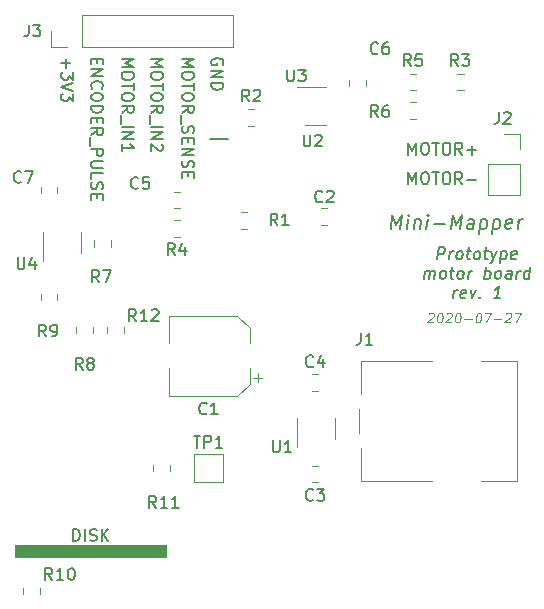
<source format=gbr>
G04 #@! TF.GenerationSoftware,KiCad,Pcbnew,5.1.6*
G04 #@! TF.CreationDate,2020-07-27T17:19:51+02:00*
G04 #@! TF.ProjectId,motor-board,6d6f746f-722d-4626-9f61-72642e6b6963,1*
G04 #@! TF.SameCoordinates,Original*
G04 #@! TF.FileFunction,Legend,Top*
G04 #@! TF.FilePolarity,Positive*
%FSLAX46Y46*%
G04 Gerber Fmt 4.6, Leading zero omitted, Abs format (unit mm)*
G04 Created by KiCad (PCBNEW 5.1.6) date 2020-07-27 17:19:51*
%MOMM*%
%LPD*%
G01*
G04 APERTURE LIST*
%ADD10C,0.150000*%
%ADD11C,0.100000*%
%ADD12C,0.200000*%
%ADD13C,0.120000*%
%ADD14R,2.000000X4.000000*%
%ADD15O,2.000000X3.300000*%
%ADD16O,3.500000X2.000000*%
%ADD17C,1.600000*%
%ADD18R,1.700000X1.700000*%
%ADD19O,1.700000X1.700000*%
%ADD20R,2.000000X2.000000*%
%ADD21R,0.650000X1.560000*%
%ADD22R,1.525000X0.650000*%
%ADD23R,2.390000X2.390000*%
%ADD24R,1.560000X0.650000*%
%ADD25C,1.200000*%
%ADD26C,2.700000*%
G04 APERTURE END LIST*
D10*
X161523809Y-116152380D02*
X161523809Y-115152380D01*
X161761904Y-115152380D01*
X161904761Y-115200000D01*
X162000000Y-115295238D01*
X162047619Y-115390476D01*
X162095238Y-115580952D01*
X162095238Y-115723809D01*
X162047619Y-115914285D01*
X162000000Y-116009523D01*
X161904761Y-116104761D01*
X161761904Y-116152380D01*
X161523809Y-116152380D01*
X162523809Y-116152380D02*
X162523809Y-115152380D01*
X162952380Y-116104761D02*
X163095238Y-116152380D01*
X163333333Y-116152380D01*
X163428571Y-116104761D01*
X163476190Y-116057142D01*
X163523809Y-115961904D01*
X163523809Y-115866666D01*
X163476190Y-115771428D01*
X163428571Y-115723809D01*
X163333333Y-115676190D01*
X163142857Y-115628571D01*
X163047619Y-115580952D01*
X163000000Y-115533333D01*
X162952380Y-115438095D01*
X162952380Y-115342857D01*
X163000000Y-115247619D01*
X163047619Y-115200000D01*
X163142857Y-115152380D01*
X163380952Y-115152380D01*
X163523809Y-115200000D01*
X163952380Y-116152380D02*
X163952380Y-115152380D01*
X164523809Y-116152380D02*
X164095238Y-115580952D01*
X164523809Y-115152380D02*
X163952380Y-115723809D01*
D11*
G36*
X169400000Y-117500000D02*
G01*
X156600000Y-117500000D01*
X156600000Y-116500000D01*
X169400000Y-116500000D01*
X169400000Y-117500000D01*
G37*
X169400000Y-117500000D02*
X156600000Y-117500000D01*
X156600000Y-116500000D01*
X169400000Y-116500000D01*
X169400000Y-117500000D01*
X191626398Y-96938095D02*
X191669255Y-96900000D01*
X191750208Y-96861904D01*
X191940684Y-96861904D01*
X192012113Y-96900000D01*
X192045446Y-96938095D01*
X192074017Y-97014285D01*
X192064494Y-97090476D01*
X192012113Y-97204761D01*
X191497827Y-97661904D01*
X191993065Y-97661904D01*
X192588303Y-96861904D02*
X192664494Y-96861904D01*
X192735922Y-96900000D01*
X192769255Y-96938095D01*
X192797827Y-97014285D01*
X192816875Y-97166666D01*
X192793065Y-97357142D01*
X192735922Y-97509523D01*
X192688303Y-97585714D01*
X192645446Y-97623809D01*
X192564494Y-97661904D01*
X192488303Y-97661904D01*
X192416875Y-97623809D01*
X192383541Y-97585714D01*
X192354970Y-97509523D01*
X192335922Y-97357142D01*
X192359732Y-97166666D01*
X192416875Y-97014285D01*
X192464494Y-96938095D01*
X192507351Y-96900000D01*
X192588303Y-96861904D01*
X193150208Y-96938095D02*
X193193065Y-96900000D01*
X193274017Y-96861904D01*
X193464494Y-96861904D01*
X193535922Y-96900000D01*
X193569255Y-96938095D01*
X193597827Y-97014285D01*
X193588303Y-97090476D01*
X193535922Y-97204761D01*
X193021636Y-97661904D01*
X193516875Y-97661904D01*
X194112113Y-96861904D02*
X194188303Y-96861904D01*
X194259732Y-96900000D01*
X194293065Y-96938095D01*
X194321636Y-97014285D01*
X194340684Y-97166666D01*
X194316875Y-97357142D01*
X194259732Y-97509523D01*
X194212113Y-97585714D01*
X194169255Y-97623809D01*
X194088303Y-97661904D01*
X194012113Y-97661904D01*
X193940684Y-97623809D01*
X193907351Y-97585714D01*
X193878779Y-97509523D01*
X193859732Y-97357142D01*
X193883541Y-97166666D01*
X193940684Y-97014285D01*
X193988303Y-96938095D01*
X194031160Y-96900000D01*
X194112113Y-96861904D01*
X194659732Y-97357142D02*
X195269255Y-97357142D01*
X195864494Y-96861904D02*
X195940684Y-96861904D01*
X196012113Y-96900000D01*
X196045446Y-96938095D01*
X196074017Y-97014285D01*
X196093065Y-97166666D01*
X196069255Y-97357142D01*
X196012113Y-97509523D01*
X195964494Y-97585714D01*
X195921636Y-97623809D01*
X195840684Y-97661904D01*
X195764494Y-97661904D01*
X195693065Y-97623809D01*
X195659732Y-97585714D01*
X195631160Y-97509523D01*
X195612113Y-97357142D01*
X195635922Y-97166666D01*
X195693065Y-97014285D01*
X195740684Y-96938095D01*
X195783541Y-96900000D01*
X195864494Y-96861904D01*
X196397827Y-96861904D02*
X196931160Y-96861904D01*
X196488303Y-97661904D01*
X197174017Y-97357142D02*
X197783541Y-97357142D01*
X198178779Y-96938095D02*
X198221636Y-96900000D01*
X198302589Y-96861904D01*
X198493065Y-96861904D01*
X198564494Y-96900000D01*
X198597827Y-96938095D01*
X198626398Y-97014285D01*
X198616875Y-97090476D01*
X198564494Y-97204761D01*
X198050208Y-97661904D01*
X198545446Y-97661904D01*
X198912113Y-96861904D02*
X199445446Y-96861904D01*
X199002589Y-97661904D01*
D10*
X192380491Y-92302380D02*
X192505491Y-91302380D01*
X192886443Y-91302380D01*
X192975729Y-91350000D01*
X193017395Y-91397619D01*
X193053110Y-91492857D01*
X193035252Y-91635714D01*
X192975729Y-91730952D01*
X192922157Y-91778571D01*
X192820967Y-91826190D01*
X192440014Y-91826190D01*
X193380491Y-92302380D02*
X193463824Y-91635714D01*
X193440014Y-91826190D02*
X193499538Y-91730952D01*
X193553110Y-91683333D01*
X193654300Y-91635714D01*
X193749538Y-91635714D01*
X194142395Y-92302380D02*
X194053110Y-92254761D01*
X194011443Y-92207142D01*
X193975729Y-92111904D01*
X194011443Y-91826190D01*
X194070967Y-91730952D01*
X194124538Y-91683333D01*
X194225729Y-91635714D01*
X194368586Y-91635714D01*
X194457872Y-91683333D01*
X194499538Y-91730952D01*
X194535252Y-91826190D01*
X194499538Y-92111904D01*
X194440014Y-92207142D01*
X194386443Y-92254761D01*
X194285252Y-92302380D01*
X194142395Y-92302380D01*
X194844776Y-91635714D02*
X195225729Y-91635714D01*
X195029300Y-91302380D02*
X194922157Y-92159523D01*
X194957872Y-92254761D01*
X195047157Y-92302380D01*
X195142395Y-92302380D01*
X195618586Y-92302380D02*
X195529300Y-92254761D01*
X195487633Y-92207142D01*
X195451919Y-92111904D01*
X195487633Y-91826190D01*
X195547157Y-91730952D01*
X195600729Y-91683333D01*
X195701919Y-91635714D01*
X195844776Y-91635714D01*
X195934062Y-91683333D01*
X195975729Y-91730952D01*
X196011443Y-91826190D01*
X195975729Y-92111904D01*
X195916205Y-92207142D01*
X195862633Y-92254761D01*
X195761443Y-92302380D01*
X195618586Y-92302380D01*
X196320967Y-91635714D02*
X196701919Y-91635714D01*
X196505491Y-91302380D02*
X196398348Y-92159523D01*
X196434062Y-92254761D01*
X196523348Y-92302380D01*
X196618586Y-92302380D01*
X196940014Y-91635714D02*
X197094776Y-92302380D01*
X197416205Y-91635714D02*
X197094776Y-92302380D01*
X196969776Y-92540476D01*
X196916205Y-92588095D01*
X196815014Y-92635714D01*
X197797157Y-91635714D02*
X197672157Y-92635714D01*
X197791205Y-91683333D02*
X197892395Y-91635714D01*
X198082872Y-91635714D01*
X198172157Y-91683333D01*
X198213824Y-91730952D01*
X198249538Y-91826190D01*
X198213824Y-92111904D01*
X198154300Y-92207142D01*
X198100729Y-92254761D01*
X197999538Y-92302380D01*
X197809062Y-92302380D01*
X197719776Y-92254761D01*
X199005491Y-92254761D02*
X198904300Y-92302380D01*
X198713824Y-92302380D01*
X198624538Y-92254761D01*
X198588824Y-92159523D01*
X198636443Y-91778571D01*
X198695967Y-91683333D01*
X198797157Y-91635714D01*
X198987633Y-91635714D01*
X199076919Y-91683333D01*
X199112633Y-91778571D01*
X199100729Y-91873809D01*
X198612633Y-91969047D01*
X191261443Y-93952380D02*
X191344776Y-93285714D01*
X191332872Y-93380952D02*
X191386443Y-93333333D01*
X191487633Y-93285714D01*
X191630491Y-93285714D01*
X191719776Y-93333333D01*
X191755491Y-93428571D01*
X191690014Y-93952380D01*
X191755491Y-93428571D02*
X191815014Y-93333333D01*
X191916205Y-93285714D01*
X192059062Y-93285714D01*
X192148348Y-93333333D01*
X192184062Y-93428571D01*
X192118586Y-93952380D01*
X192737633Y-93952380D02*
X192648348Y-93904761D01*
X192606681Y-93857142D01*
X192570967Y-93761904D01*
X192606681Y-93476190D01*
X192666205Y-93380952D01*
X192719776Y-93333333D01*
X192820967Y-93285714D01*
X192963824Y-93285714D01*
X193053110Y-93333333D01*
X193094776Y-93380952D01*
X193130491Y-93476190D01*
X193094776Y-93761904D01*
X193035252Y-93857142D01*
X192981681Y-93904761D01*
X192880491Y-93952380D01*
X192737633Y-93952380D01*
X193440014Y-93285714D02*
X193820967Y-93285714D01*
X193624538Y-92952380D02*
X193517395Y-93809523D01*
X193553110Y-93904761D01*
X193642395Y-93952380D01*
X193737633Y-93952380D01*
X194213824Y-93952380D02*
X194124538Y-93904761D01*
X194082872Y-93857142D01*
X194047157Y-93761904D01*
X194082872Y-93476190D01*
X194142395Y-93380952D01*
X194195967Y-93333333D01*
X194297157Y-93285714D01*
X194440014Y-93285714D01*
X194529300Y-93333333D01*
X194570967Y-93380952D01*
X194606681Y-93476190D01*
X194570967Y-93761904D01*
X194511443Y-93857142D01*
X194457872Y-93904761D01*
X194356681Y-93952380D01*
X194213824Y-93952380D01*
X194975729Y-93952380D02*
X195059062Y-93285714D01*
X195035252Y-93476190D02*
X195094776Y-93380952D01*
X195148348Y-93333333D01*
X195249538Y-93285714D01*
X195344776Y-93285714D01*
X196356681Y-93952380D02*
X196481681Y-92952380D01*
X196434062Y-93333333D02*
X196535252Y-93285714D01*
X196725729Y-93285714D01*
X196815014Y-93333333D01*
X196856681Y-93380952D01*
X196892395Y-93476190D01*
X196856681Y-93761904D01*
X196797157Y-93857142D01*
X196743586Y-93904761D01*
X196642395Y-93952380D01*
X196451919Y-93952380D01*
X196362633Y-93904761D01*
X197404300Y-93952380D02*
X197315014Y-93904761D01*
X197273348Y-93857142D01*
X197237633Y-93761904D01*
X197273348Y-93476190D01*
X197332872Y-93380952D01*
X197386443Y-93333333D01*
X197487633Y-93285714D01*
X197630491Y-93285714D01*
X197719776Y-93333333D01*
X197761443Y-93380952D01*
X197797157Y-93476190D01*
X197761443Y-93761904D01*
X197701919Y-93857142D01*
X197648348Y-93904761D01*
X197547157Y-93952380D01*
X197404300Y-93952380D01*
X198594776Y-93952380D02*
X198660252Y-93428571D01*
X198624538Y-93333333D01*
X198535252Y-93285714D01*
X198344776Y-93285714D01*
X198243586Y-93333333D01*
X198600729Y-93904761D02*
X198499538Y-93952380D01*
X198261443Y-93952380D01*
X198172157Y-93904761D01*
X198136443Y-93809523D01*
X198148348Y-93714285D01*
X198207872Y-93619047D01*
X198309062Y-93571428D01*
X198547157Y-93571428D01*
X198648348Y-93523809D01*
X199070967Y-93952380D02*
X199154300Y-93285714D01*
X199130491Y-93476190D02*
X199190014Y-93380952D01*
X199243586Y-93333333D01*
X199344776Y-93285714D01*
X199440014Y-93285714D01*
X200118586Y-93952380D02*
X200243586Y-92952380D01*
X200124538Y-93904761D02*
X200023348Y-93952380D01*
X199832872Y-93952380D01*
X199743586Y-93904761D01*
X199701919Y-93857142D01*
X199666205Y-93761904D01*
X199701919Y-93476190D01*
X199761443Y-93380952D01*
X199815014Y-93333333D01*
X199916205Y-93285714D01*
X200106681Y-93285714D01*
X200195967Y-93333333D01*
X193713824Y-95602380D02*
X193797157Y-94935714D01*
X193773348Y-95126190D02*
X193832872Y-95030952D01*
X193886443Y-94983333D01*
X193987633Y-94935714D01*
X194082872Y-94935714D01*
X194719776Y-95554761D02*
X194618586Y-95602380D01*
X194428110Y-95602380D01*
X194338824Y-95554761D01*
X194303110Y-95459523D01*
X194350729Y-95078571D01*
X194410252Y-94983333D01*
X194511443Y-94935714D01*
X194701919Y-94935714D01*
X194791205Y-94983333D01*
X194826919Y-95078571D01*
X194815014Y-95173809D01*
X194326919Y-95269047D01*
X195178110Y-94935714D02*
X195332872Y-95602380D01*
X195654300Y-94935714D01*
X195963824Y-95507142D02*
X196005491Y-95554761D01*
X195951919Y-95602380D01*
X195910252Y-95554761D01*
X195963824Y-95507142D01*
X195951919Y-95602380D01*
X197713824Y-95602380D02*
X197142395Y-95602380D01*
X197428110Y-95602380D02*
X197553110Y-94602380D01*
X197440014Y-94745238D01*
X197332872Y-94840476D01*
X197231681Y-94888095D01*
D12*
X188421250Y-89742857D02*
X188571250Y-88542857D01*
X188864107Y-89400000D01*
X189371250Y-88542857D01*
X189221250Y-89742857D01*
X189792678Y-89742857D02*
X189892678Y-88942857D01*
X189942678Y-88542857D02*
X189878392Y-88600000D01*
X189928392Y-88657142D01*
X189992678Y-88600000D01*
X189942678Y-88542857D01*
X189928392Y-88657142D01*
X190464107Y-88942857D02*
X190364107Y-89742857D01*
X190449821Y-89057142D02*
X190514107Y-89000000D01*
X190635535Y-88942857D01*
X190806964Y-88942857D01*
X190914107Y-89000000D01*
X190956964Y-89114285D01*
X190878392Y-89742857D01*
X191449821Y-89742857D02*
X191549821Y-88942857D01*
X191599821Y-88542857D02*
X191535535Y-88600000D01*
X191585535Y-88657142D01*
X191649821Y-88600000D01*
X191599821Y-88542857D01*
X191585535Y-88657142D01*
X192078392Y-89285714D02*
X192992678Y-89285714D01*
X193506964Y-89742857D02*
X193656964Y-88542857D01*
X193949821Y-89400000D01*
X194456964Y-88542857D01*
X194306964Y-89742857D01*
X195392678Y-89742857D02*
X195471250Y-89114285D01*
X195428392Y-89000000D01*
X195321250Y-88942857D01*
X195092678Y-88942857D01*
X194971250Y-89000000D01*
X195399821Y-89685714D02*
X195278392Y-89742857D01*
X194992678Y-89742857D01*
X194885535Y-89685714D01*
X194842678Y-89571428D01*
X194856964Y-89457142D01*
X194928392Y-89342857D01*
X195049821Y-89285714D01*
X195335535Y-89285714D01*
X195456964Y-89228571D01*
X196064107Y-88942857D02*
X195914107Y-90142857D01*
X196056964Y-89000000D02*
X196178392Y-88942857D01*
X196406964Y-88942857D01*
X196514107Y-89000000D01*
X196564107Y-89057142D01*
X196606964Y-89171428D01*
X196564107Y-89514285D01*
X196492678Y-89628571D01*
X196428392Y-89685714D01*
X196306964Y-89742857D01*
X196078392Y-89742857D01*
X195971250Y-89685714D01*
X197149821Y-88942857D02*
X196999821Y-90142857D01*
X197142678Y-89000000D02*
X197264107Y-88942857D01*
X197492678Y-88942857D01*
X197599821Y-89000000D01*
X197649821Y-89057142D01*
X197692678Y-89171428D01*
X197649821Y-89514285D01*
X197578392Y-89628571D01*
X197514107Y-89685714D01*
X197392678Y-89742857D01*
X197164107Y-89742857D01*
X197056964Y-89685714D01*
X198599821Y-89685714D02*
X198478392Y-89742857D01*
X198249821Y-89742857D01*
X198142678Y-89685714D01*
X198099821Y-89571428D01*
X198156964Y-89114285D01*
X198228392Y-89000000D01*
X198349821Y-88942857D01*
X198578392Y-88942857D01*
X198685535Y-89000000D01*
X198728392Y-89114285D01*
X198714107Y-89228571D01*
X198128392Y-89342857D01*
X199164107Y-89742857D02*
X199264107Y-88942857D01*
X199235535Y-89171428D02*
X199306964Y-89057142D01*
X199371250Y-89000000D01*
X199492678Y-88942857D01*
X199606964Y-88942857D01*
D10*
X174200000Y-75859404D02*
X174247619Y-75764166D01*
X174247619Y-75621309D01*
X174200000Y-75478452D01*
X174104761Y-75383214D01*
X174009523Y-75335595D01*
X173819047Y-75287976D01*
X173676190Y-75287976D01*
X173485714Y-75335595D01*
X173390476Y-75383214D01*
X173295238Y-75478452D01*
X173247619Y-75621309D01*
X173247619Y-75716547D01*
X173295238Y-75859404D01*
X173342857Y-75907023D01*
X173676190Y-75907023D01*
X173676190Y-75716547D01*
X173247619Y-76335595D02*
X174247619Y-76335595D01*
X173247619Y-76907023D01*
X174247619Y-76907023D01*
X173247619Y-77383214D02*
X174247619Y-77383214D01*
X174247619Y-77621309D01*
X174200000Y-77764166D01*
X174104761Y-77859404D01*
X174009523Y-77907023D01*
X173819047Y-77954642D01*
X173676190Y-77954642D01*
X173485714Y-77907023D01*
X173390476Y-77859404D01*
X173295238Y-77764166D01*
X173247619Y-77621309D01*
X173247619Y-77383214D01*
X170747619Y-75335595D02*
X171747619Y-75335595D01*
X171033333Y-75668928D01*
X171747619Y-76002261D01*
X170747619Y-76002261D01*
X171747619Y-76668928D02*
X171747619Y-76859404D01*
X171700000Y-76954642D01*
X171604761Y-77049880D01*
X171414285Y-77097500D01*
X171080952Y-77097500D01*
X170890476Y-77049880D01*
X170795238Y-76954642D01*
X170747619Y-76859404D01*
X170747619Y-76668928D01*
X170795238Y-76573690D01*
X170890476Y-76478452D01*
X171080952Y-76430833D01*
X171414285Y-76430833D01*
X171604761Y-76478452D01*
X171700000Y-76573690D01*
X171747619Y-76668928D01*
X171747619Y-77383214D02*
X171747619Y-77954642D01*
X170747619Y-77668928D02*
X171747619Y-77668928D01*
X171747619Y-78478452D02*
X171747619Y-78668928D01*
X171700000Y-78764166D01*
X171604761Y-78859404D01*
X171414285Y-78907023D01*
X171080952Y-78907023D01*
X170890476Y-78859404D01*
X170795238Y-78764166D01*
X170747619Y-78668928D01*
X170747619Y-78478452D01*
X170795238Y-78383214D01*
X170890476Y-78287976D01*
X171080952Y-78240357D01*
X171414285Y-78240357D01*
X171604761Y-78287976D01*
X171700000Y-78383214D01*
X171747619Y-78478452D01*
X170747619Y-79907023D02*
X171223809Y-79573690D01*
X170747619Y-79335595D02*
X171747619Y-79335595D01*
X171747619Y-79716547D01*
X171700000Y-79811785D01*
X171652380Y-79859404D01*
X171557142Y-79907023D01*
X171414285Y-79907023D01*
X171319047Y-79859404D01*
X171271428Y-79811785D01*
X171223809Y-79716547D01*
X171223809Y-79335595D01*
X170652380Y-80097500D02*
X170652380Y-80859404D01*
X170795238Y-81049880D02*
X170747619Y-81192738D01*
X170747619Y-81430833D01*
X170795238Y-81526071D01*
X170842857Y-81573690D01*
X170938095Y-81621309D01*
X171033333Y-81621309D01*
X171128571Y-81573690D01*
X171176190Y-81526071D01*
X171223809Y-81430833D01*
X171271428Y-81240357D01*
X171319047Y-81145119D01*
X171366666Y-81097500D01*
X171461904Y-81049880D01*
X171557142Y-81049880D01*
X171652380Y-81097500D01*
X171700000Y-81145119D01*
X171747619Y-81240357D01*
X171747619Y-81478452D01*
X171700000Y-81621309D01*
X171271428Y-82049880D02*
X171271428Y-82383214D01*
X170747619Y-82526071D02*
X170747619Y-82049880D01*
X171747619Y-82049880D01*
X171747619Y-82526071D01*
X170747619Y-82954642D02*
X171747619Y-82954642D01*
X170747619Y-83526071D01*
X171747619Y-83526071D01*
X170795238Y-83954642D02*
X170747619Y-84097500D01*
X170747619Y-84335595D01*
X170795238Y-84430833D01*
X170842857Y-84478452D01*
X170938095Y-84526071D01*
X171033333Y-84526071D01*
X171128571Y-84478452D01*
X171176190Y-84430833D01*
X171223809Y-84335595D01*
X171271428Y-84145119D01*
X171319047Y-84049880D01*
X171366666Y-84002261D01*
X171461904Y-83954642D01*
X171557142Y-83954642D01*
X171652380Y-84002261D01*
X171700000Y-84049880D01*
X171747619Y-84145119D01*
X171747619Y-84383214D01*
X171700000Y-84526071D01*
X171271428Y-84954642D02*
X171271428Y-85287976D01*
X170747619Y-85430833D02*
X170747619Y-84954642D01*
X171747619Y-84954642D01*
X171747619Y-85430833D01*
X168147619Y-75335595D02*
X169147619Y-75335595D01*
X168433333Y-75668928D01*
X169147619Y-76002261D01*
X168147619Y-76002261D01*
X169147619Y-76668928D02*
X169147619Y-76859404D01*
X169100000Y-76954642D01*
X169004761Y-77049880D01*
X168814285Y-77097500D01*
X168480952Y-77097500D01*
X168290476Y-77049880D01*
X168195238Y-76954642D01*
X168147619Y-76859404D01*
X168147619Y-76668928D01*
X168195238Y-76573690D01*
X168290476Y-76478452D01*
X168480952Y-76430833D01*
X168814285Y-76430833D01*
X169004761Y-76478452D01*
X169100000Y-76573690D01*
X169147619Y-76668928D01*
X169147619Y-77383214D02*
X169147619Y-77954642D01*
X168147619Y-77668928D02*
X169147619Y-77668928D01*
X169147619Y-78478452D02*
X169147619Y-78668928D01*
X169100000Y-78764166D01*
X169004761Y-78859404D01*
X168814285Y-78907023D01*
X168480952Y-78907023D01*
X168290476Y-78859404D01*
X168195238Y-78764166D01*
X168147619Y-78668928D01*
X168147619Y-78478452D01*
X168195238Y-78383214D01*
X168290476Y-78287976D01*
X168480952Y-78240357D01*
X168814285Y-78240357D01*
X169004761Y-78287976D01*
X169100000Y-78383214D01*
X169147619Y-78478452D01*
X168147619Y-79907023D02*
X168623809Y-79573690D01*
X168147619Y-79335595D02*
X169147619Y-79335595D01*
X169147619Y-79716547D01*
X169100000Y-79811785D01*
X169052380Y-79859404D01*
X168957142Y-79907023D01*
X168814285Y-79907023D01*
X168719047Y-79859404D01*
X168671428Y-79811785D01*
X168623809Y-79716547D01*
X168623809Y-79335595D01*
X168052380Y-80097500D02*
X168052380Y-80859404D01*
X168147619Y-81097500D02*
X169147619Y-81097500D01*
X168147619Y-81573690D02*
X169147619Y-81573690D01*
X168147619Y-82145119D01*
X169147619Y-82145119D01*
X169052380Y-82573690D02*
X169100000Y-82621309D01*
X169147619Y-82716547D01*
X169147619Y-82954642D01*
X169100000Y-83049880D01*
X169052380Y-83097500D01*
X168957142Y-83145119D01*
X168861904Y-83145119D01*
X168719047Y-83097500D01*
X168147619Y-82526071D01*
X168147619Y-83145119D01*
X165647619Y-75335595D02*
X166647619Y-75335595D01*
X165933333Y-75668928D01*
X166647619Y-76002261D01*
X165647619Y-76002261D01*
X166647619Y-76668928D02*
X166647619Y-76859404D01*
X166600000Y-76954642D01*
X166504761Y-77049880D01*
X166314285Y-77097500D01*
X165980952Y-77097500D01*
X165790476Y-77049880D01*
X165695238Y-76954642D01*
X165647619Y-76859404D01*
X165647619Y-76668928D01*
X165695238Y-76573690D01*
X165790476Y-76478452D01*
X165980952Y-76430833D01*
X166314285Y-76430833D01*
X166504761Y-76478452D01*
X166600000Y-76573690D01*
X166647619Y-76668928D01*
X166647619Y-77383214D02*
X166647619Y-77954642D01*
X165647619Y-77668928D02*
X166647619Y-77668928D01*
X166647619Y-78478452D02*
X166647619Y-78668928D01*
X166600000Y-78764166D01*
X166504761Y-78859404D01*
X166314285Y-78907023D01*
X165980952Y-78907023D01*
X165790476Y-78859404D01*
X165695238Y-78764166D01*
X165647619Y-78668928D01*
X165647619Y-78478452D01*
X165695238Y-78383214D01*
X165790476Y-78287976D01*
X165980952Y-78240357D01*
X166314285Y-78240357D01*
X166504761Y-78287976D01*
X166600000Y-78383214D01*
X166647619Y-78478452D01*
X165647619Y-79907023D02*
X166123809Y-79573690D01*
X165647619Y-79335595D02*
X166647619Y-79335595D01*
X166647619Y-79716547D01*
X166600000Y-79811785D01*
X166552380Y-79859404D01*
X166457142Y-79907023D01*
X166314285Y-79907023D01*
X166219047Y-79859404D01*
X166171428Y-79811785D01*
X166123809Y-79716547D01*
X166123809Y-79335595D01*
X165552380Y-80097500D02*
X165552380Y-80859404D01*
X165647619Y-81097500D02*
X166647619Y-81097500D01*
X165647619Y-81573690D02*
X166647619Y-81573690D01*
X165647619Y-82145119D01*
X166647619Y-82145119D01*
X165647619Y-83145119D02*
X165647619Y-82573690D01*
X165647619Y-82859404D02*
X166647619Y-82859404D01*
X166504761Y-82764166D01*
X166409523Y-82668928D01*
X166361904Y-82573690D01*
X163571428Y-75335595D02*
X163571428Y-75668928D01*
X163047619Y-75811785D02*
X163047619Y-75335595D01*
X164047619Y-75335595D01*
X164047619Y-75811785D01*
X163047619Y-76240357D02*
X164047619Y-76240357D01*
X163047619Y-76811785D01*
X164047619Y-76811785D01*
X163142857Y-77859404D02*
X163095238Y-77811785D01*
X163047619Y-77668928D01*
X163047619Y-77573690D01*
X163095238Y-77430833D01*
X163190476Y-77335595D01*
X163285714Y-77287976D01*
X163476190Y-77240357D01*
X163619047Y-77240357D01*
X163809523Y-77287976D01*
X163904761Y-77335595D01*
X164000000Y-77430833D01*
X164047619Y-77573690D01*
X164047619Y-77668928D01*
X164000000Y-77811785D01*
X163952380Y-77859404D01*
X164047619Y-78478452D02*
X164047619Y-78668928D01*
X164000000Y-78764166D01*
X163904761Y-78859404D01*
X163714285Y-78907023D01*
X163380952Y-78907023D01*
X163190476Y-78859404D01*
X163095238Y-78764166D01*
X163047619Y-78668928D01*
X163047619Y-78478452D01*
X163095238Y-78383214D01*
X163190476Y-78287976D01*
X163380952Y-78240357D01*
X163714285Y-78240357D01*
X163904761Y-78287976D01*
X164000000Y-78383214D01*
X164047619Y-78478452D01*
X163047619Y-79335595D02*
X164047619Y-79335595D01*
X164047619Y-79573690D01*
X164000000Y-79716547D01*
X163904761Y-79811785D01*
X163809523Y-79859404D01*
X163619047Y-79907023D01*
X163476190Y-79907023D01*
X163285714Y-79859404D01*
X163190476Y-79811785D01*
X163095238Y-79716547D01*
X163047619Y-79573690D01*
X163047619Y-79335595D01*
X163571428Y-80335595D02*
X163571428Y-80668928D01*
X163047619Y-80811785D02*
X163047619Y-80335595D01*
X164047619Y-80335595D01*
X164047619Y-80811785D01*
X163047619Y-81811785D02*
X163523809Y-81478452D01*
X163047619Y-81240357D02*
X164047619Y-81240357D01*
X164047619Y-81621309D01*
X164000000Y-81716547D01*
X163952380Y-81764166D01*
X163857142Y-81811785D01*
X163714285Y-81811785D01*
X163619047Y-81764166D01*
X163571428Y-81716547D01*
X163523809Y-81621309D01*
X163523809Y-81240357D01*
X162952380Y-82002261D02*
X162952380Y-82764166D01*
X163047619Y-83002261D02*
X164047619Y-83002261D01*
X164047619Y-83383214D01*
X164000000Y-83478452D01*
X163952380Y-83526071D01*
X163857142Y-83573690D01*
X163714285Y-83573690D01*
X163619047Y-83526071D01*
X163571428Y-83478452D01*
X163523809Y-83383214D01*
X163523809Y-83002261D01*
X164047619Y-84002261D02*
X163238095Y-84002261D01*
X163142857Y-84049880D01*
X163095238Y-84097500D01*
X163047619Y-84192738D01*
X163047619Y-84383214D01*
X163095238Y-84478452D01*
X163142857Y-84526071D01*
X163238095Y-84573690D01*
X164047619Y-84573690D01*
X163047619Y-85526071D02*
X163047619Y-85049880D01*
X164047619Y-85049880D01*
X163095238Y-85811785D02*
X163047619Y-85954642D01*
X163047619Y-86192738D01*
X163095238Y-86287976D01*
X163142857Y-86335595D01*
X163238095Y-86383214D01*
X163333333Y-86383214D01*
X163428571Y-86335595D01*
X163476190Y-86287976D01*
X163523809Y-86192738D01*
X163571428Y-86002261D01*
X163619047Y-85907023D01*
X163666666Y-85859404D01*
X163761904Y-85811785D01*
X163857142Y-85811785D01*
X163952380Y-85859404D01*
X164000000Y-85907023D01*
X164047619Y-86002261D01*
X164047619Y-86240357D01*
X164000000Y-86383214D01*
X163571428Y-86811785D02*
X163571428Y-87145119D01*
X163047619Y-87287976D02*
X163047619Y-86811785D01*
X164047619Y-86811785D01*
X164047619Y-87287976D01*
X160928571Y-75335595D02*
X160928571Y-76097500D01*
X160547619Y-75716547D02*
X161309523Y-75716547D01*
X161547619Y-76478452D02*
X161547619Y-77097500D01*
X161166666Y-76764166D01*
X161166666Y-76907023D01*
X161119047Y-77002261D01*
X161071428Y-77049880D01*
X160976190Y-77097500D01*
X160738095Y-77097500D01*
X160642857Y-77049880D01*
X160595238Y-77002261D01*
X160547619Y-76907023D01*
X160547619Y-76621309D01*
X160595238Y-76526071D01*
X160642857Y-76478452D01*
X161547619Y-77383214D02*
X160547619Y-77716547D01*
X161547619Y-78049880D01*
X161547619Y-78287976D02*
X161547619Y-78907023D01*
X161166666Y-78573690D01*
X161166666Y-78716547D01*
X161119047Y-78811785D01*
X161071428Y-78859404D01*
X160976190Y-78907023D01*
X160738095Y-78907023D01*
X160642857Y-78859404D01*
X160595238Y-78811785D01*
X160547619Y-78716547D01*
X160547619Y-78430833D01*
X160595238Y-78335595D01*
X160642857Y-78287976D01*
X189902500Y-85952380D02*
X189902500Y-84952380D01*
X190235833Y-85666666D01*
X190569166Y-84952380D01*
X190569166Y-85952380D01*
X191235833Y-84952380D02*
X191426309Y-84952380D01*
X191521547Y-85000000D01*
X191616785Y-85095238D01*
X191664404Y-85285714D01*
X191664404Y-85619047D01*
X191616785Y-85809523D01*
X191521547Y-85904761D01*
X191426309Y-85952380D01*
X191235833Y-85952380D01*
X191140595Y-85904761D01*
X191045357Y-85809523D01*
X190997738Y-85619047D01*
X190997738Y-85285714D01*
X191045357Y-85095238D01*
X191140595Y-85000000D01*
X191235833Y-84952380D01*
X191950119Y-84952380D02*
X192521547Y-84952380D01*
X192235833Y-85952380D02*
X192235833Y-84952380D01*
X193045357Y-84952380D02*
X193235833Y-84952380D01*
X193331071Y-85000000D01*
X193426309Y-85095238D01*
X193473928Y-85285714D01*
X193473928Y-85619047D01*
X193426309Y-85809523D01*
X193331071Y-85904761D01*
X193235833Y-85952380D01*
X193045357Y-85952380D01*
X192950119Y-85904761D01*
X192854880Y-85809523D01*
X192807261Y-85619047D01*
X192807261Y-85285714D01*
X192854880Y-85095238D01*
X192950119Y-85000000D01*
X193045357Y-84952380D01*
X194473928Y-85952380D02*
X194140595Y-85476190D01*
X193902500Y-85952380D02*
X193902500Y-84952380D01*
X194283452Y-84952380D01*
X194378690Y-85000000D01*
X194426309Y-85047619D01*
X194473928Y-85142857D01*
X194473928Y-85285714D01*
X194426309Y-85380952D01*
X194378690Y-85428571D01*
X194283452Y-85476190D01*
X193902500Y-85476190D01*
X194902500Y-85571428D02*
X195664404Y-85571428D01*
X189902500Y-83452380D02*
X189902500Y-82452380D01*
X190235833Y-83166666D01*
X190569166Y-82452380D01*
X190569166Y-83452380D01*
X191235833Y-82452380D02*
X191426309Y-82452380D01*
X191521547Y-82500000D01*
X191616785Y-82595238D01*
X191664404Y-82785714D01*
X191664404Y-83119047D01*
X191616785Y-83309523D01*
X191521547Y-83404761D01*
X191426309Y-83452380D01*
X191235833Y-83452380D01*
X191140595Y-83404761D01*
X191045357Y-83309523D01*
X190997738Y-83119047D01*
X190997738Y-82785714D01*
X191045357Y-82595238D01*
X191140595Y-82500000D01*
X191235833Y-82452380D01*
X191950119Y-82452380D02*
X192521547Y-82452380D01*
X192235833Y-83452380D02*
X192235833Y-82452380D01*
X193045357Y-82452380D02*
X193235833Y-82452380D01*
X193331071Y-82500000D01*
X193426309Y-82595238D01*
X193473928Y-82785714D01*
X193473928Y-83119047D01*
X193426309Y-83309523D01*
X193331071Y-83404761D01*
X193235833Y-83452380D01*
X193045357Y-83452380D01*
X192950119Y-83404761D01*
X192854880Y-83309523D01*
X192807261Y-83119047D01*
X192807261Y-82785714D01*
X192854880Y-82595238D01*
X192950119Y-82500000D01*
X193045357Y-82452380D01*
X194473928Y-83452380D02*
X194140595Y-82976190D01*
X193902500Y-83452380D02*
X193902500Y-82452380D01*
X194283452Y-82452380D01*
X194378690Y-82500000D01*
X194426309Y-82547619D01*
X194473928Y-82642857D01*
X194473928Y-82785714D01*
X194426309Y-82880952D01*
X194378690Y-82928571D01*
X194283452Y-82976190D01*
X193902500Y-82976190D01*
X194902500Y-83071428D02*
X195664404Y-83071428D01*
X195283452Y-83452380D02*
X195283452Y-82690476D01*
D13*
X157290000Y-120636252D02*
X157290000Y-120113748D01*
X158710000Y-120636252D02*
X158710000Y-120113748D01*
X177143750Y-102741250D02*
X177143750Y-101953750D01*
X177537500Y-102347500D02*
X176750000Y-102347500D01*
X176510000Y-98154437D02*
X175445563Y-97090000D01*
X176510000Y-102845563D02*
X175445563Y-103910000D01*
X176510000Y-102845563D02*
X176510000Y-101560000D01*
X176510000Y-98154437D02*
X176510000Y-99440000D01*
X175445563Y-97090000D02*
X169690000Y-97090000D01*
X175445563Y-103910000D02*
X169690000Y-103910000D01*
X169690000Y-103910000D02*
X169690000Y-101560000D01*
X169690000Y-97090000D02*
X169690000Y-99440000D01*
X182538748Y-89410000D02*
X183061252Y-89410000D01*
X182538748Y-87990000D02*
X183061252Y-87990000D01*
X182286252Y-111210000D02*
X181763748Y-111210000D01*
X182286252Y-109790000D02*
X181763748Y-109790000D01*
X181763748Y-103460000D02*
X182286252Y-103460000D01*
X181763748Y-102040000D02*
X182286252Y-102040000D01*
X170586252Y-88010000D02*
X170063748Y-88010000D01*
X170586252Y-86590000D02*
X170063748Y-86590000D01*
X184890000Y-77636252D02*
X184890000Y-77113748D01*
X186310000Y-77636252D02*
X186310000Y-77113748D01*
X160210000Y-86736252D02*
X160210000Y-86213748D01*
X158790000Y-86736252D02*
X158790000Y-86213748D01*
X185700000Y-107000000D02*
X185700000Y-105000000D01*
X199110000Y-111110000D02*
X196050000Y-111110000D01*
X199110000Y-100890000D02*
X199110000Y-111110000D01*
X196050000Y-100890000D02*
X199110000Y-100890000D01*
X185890000Y-100890000D02*
X191950000Y-100890000D01*
X185890000Y-103700000D02*
X185890000Y-100890000D01*
X185890000Y-111110000D02*
X185890000Y-108300000D01*
X191950000Y-111110000D02*
X185890000Y-111110000D01*
X198000000Y-81670000D02*
X199330000Y-81670000D01*
X199330000Y-81670000D02*
X199330000Y-83000000D01*
X199330000Y-84270000D02*
X199330000Y-86870000D01*
X196670000Y-86870000D02*
X199330000Y-86870000D01*
X196670000Y-84270000D02*
X196670000Y-86870000D01*
X196670000Y-84270000D02*
X199330000Y-84270000D01*
X159670000Y-74330000D02*
X159670000Y-73000000D01*
X161000000Y-74330000D02*
X159670000Y-74330000D01*
X162270000Y-74330000D02*
X162270000Y-71670000D01*
X162270000Y-71670000D02*
X175030000Y-71670000D01*
X162270000Y-74330000D02*
X175030000Y-74330000D01*
X175030000Y-74330000D02*
X175030000Y-71670000D01*
X176261252Y-89710000D02*
X175738748Y-89710000D01*
X176261252Y-88290000D02*
X175738748Y-88290000D01*
X176886252Y-79590000D02*
X176363748Y-79590000D01*
X176886252Y-81010000D02*
X176363748Y-81010000D01*
X194586252Y-76590000D02*
X194063748Y-76590000D01*
X194586252Y-78010000D02*
X194063748Y-78010000D01*
X170586252Y-90410000D02*
X170063748Y-90410000D01*
X170586252Y-88990000D02*
X170063748Y-88990000D01*
X190586252Y-78010000D02*
X190063748Y-78010000D01*
X190586252Y-76590000D02*
X190063748Y-76590000D01*
X190586252Y-78990000D02*
X190063748Y-78990000D01*
X190586252Y-80410000D02*
X190063748Y-80410000D01*
X163290000Y-90713748D02*
X163290000Y-91236252D01*
X164710000Y-90713748D02*
X164710000Y-91236252D01*
X163210000Y-98586252D02*
X163210000Y-98063748D01*
X161790000Y-98586252D02*
X161790000Y-98063748D01*
X160210000Y-95263748D02*
X160210000Y-95786252D01*
X158790000Y-95263748D02*
X158790000Y-95786252D01*
X169710000Y-110236252D02*
X169710000Y-109713748D01*
X168290000Y-110236252D02*
X168290000Y-109713748D01*
X164390000Y-98586252D02*
X164390000Y-98063748D01*
X165810000Y-98586252D02*
X165810000Y-98063748D01*
X171800000Y-108800000D02*
X174200000Y-108800000D01*
X174200000Y-108800000D02*
X174200000Y-111200000D01*
X174200000Y-111200000D02*
X171800000Y-111200000D01*
X171800000Y-111200000D02*
X171800000Y-108800000D01*
X183735000Y-107525000D02*
X183735000Y-105725000D01*
X180515000Y-105725000D02*
X180515000Y-108175000D01*
D12*
X173113000Y-82155000D02*
X174638000Y-82155000D01*
D13*
X181150000Y-80960000D02*
X182950000Y-80960000D01*
X182950000Y-77740000D02*
X180500000Y-77740000D01*
X159015000Y-89975000D02*
X159015000Y-92425000D01*
X162235000Y-91775000D02*
X162235000Y-89975000D01*
D10*
X159757142Y-119452380D02*
X159423809Y-118976190D01*
X159185714Y-119452380D02*
X159185714Y-118452380D01*
X159566666Y-118452380D01*
X159661904Y-118500000D01*
X159709523Y-118547619D01*
X159757142Y-118642857D01*
X159757142Y-118785714D01*
X159709523Y-118880952D01*
X159661904Y-118928571D01*
X159566666Y-118976190D01*
X159185714Y-118976190D01*
X160709523Y-119452380D02*
X160138095Y-119452380D01*
X160423809Y-119452380D02*
X160423809Y-118452380D01*
X160328571Y-118595238D01*
X160233333Y-118690476D01*
X160138095Y-118738095D01*
X161328571Y-118452380D02*
X161423809Y-118452380D01*
X161519047Y-118500000D01*
X161566666Y-118547619D01*
X161614285Y-118642857D01*
X161661904Y-118833333D01*
X161661904Y-119071428D01*
X161614285Y-119261904D01*
X161566666Y-119357142D01*
X161519047Y-119404761D01*
X161423809Y-119452380D01*
X161328571Y-119452380D01*
X161233333Y-119404761D01*
X161185714Y-119357142D01*
X161138095Y-119261904D01*
X161090476Y-119071428D01*
X161090476Y-118833333D01*
X161138095Y-118642857D01*
X161185714Y-118547619D01*
X161233333Y-118500000D01*
X161328571Y-118452380D01*
X172833333Y-105357142D02*
X172785714Y-105404761D01*
X172642857Y-105452380D01*
X172547619Y-105452380D01*
X172404761Y-105404761D01*
X172309523Y-105309523D01*
X172261904Y-105214285D01*
X172214285Y-105023809D01*
X172214285Y-104880952D01*
X172261904Y-104690476D01*
X172309523Y-104595238D01*
X172404761Y-104500000D01*
X172547619Y-104452380D01*
X172642857Y-104452380D01*
X172785714Y-104500000D01*
X172833333Y-104547619D01*
X173785714Y-105452380D02*
X173214285Y-105452380D01*
X173500000Y-105452380D02*
X173500000Y-104452380D01*
X173404761Y-104595238D01*
X173309523Y-104690476D01*
X173214285Y-104738095D01*
X182633333Y-87407142D02*
X182585714Y-87454761D01*
X182442857Y-87502380D01*
X182347619Y-87502380D01*
X182204761Y-87454761D01*
X182109523Y-87359523D01*
X182061904Y-87264285D01*
X182014285Y-87073809D01*
X182014285Y-86930952D01*
X182061904Y-86740476D01*
X182109523Y-86645238D01*
X182204761Y-86550000D01*
X182347619Y-86502380D01*
X182442857Y-86502380D01*
X182585714Y-86550000D01*
X182633333Y-86597619D01*
X183014285Y-86597619D02*
X183061904Y-86550000D01*
X183157142Y-86502380D01*
X183395238Y-86502380D01*
X183490476Y-86550000D01*
X183538095Y-86597619D01*
X183585714Y-86692857D01*
X183585714Y-86788095D01*
X183538095Y-86930952D01*
X182966666Y-87502380D01*
X183585714Y-87502380D01*
X181833333Y-112657142D02*
X181785714Y-112704761D01*
X181642857Y-112752380D01*
X181547619Y-112752380D01*
X181404761Y-112704761D01*
X181309523Y-112609523D01*
X181261904Y-112514285D01*
X181214285Y-112323809D01*
X181214285Y-112180952D01*
X181261904Y-111990476D01*
X181309523Y-111895238D01*
X181404761Y-111800000D01*
X181547619Y-111752380D01*
X181642857Y-111752380D01*
X181785714Y-111800000D01*
X181833333Y-111847619D01*
X182166666Y-111752380D02*
X182785714Y-111752380D01*
X182452380Y-112133333D01*
X182595238Y-112133333D01*
X182690476Y-112180952D01*
X182738095Y-112228571D01*
X182785714Y-112323809D01*
X182785714Y-112561904D01*
X182738095Y-112657142D01*
X182690476Y-112704761D01*
X182595238Y-112752380D01*
X182309523Y-112752380D01*
X182214285Y-112704761D01*
X182166666Y-112657142D01*
X181858333Y-101357142D02*
X181810714Y-101404761D01*
X181667857Y-101452380D01*
X181572619Y-101452380D01*
X181429761Y-101404761D01*
X181334523Y-101309523D01*
X181286904Y-101214285D01*
X181239285Y-101023809D01*
X181239285Y-100880952D01*
X181286904Y-100690476D01*
X181334523Y-100595238D01*
X181429761Y-100500000D01*
X181572619Y-100452380D01*
X181667857Y-100452380D01*
X181810714Y-100500000D01*
X181858333Y-100547619D01*
X182715476Y-100785714D02*
X182715476Y-101452380D01*
X182477380Y-100404761D02*
X182239285Y-101119047D01*
X182858333Y-101119047D01*
X167033333Y-86257142D02*
X166985714Y-86304761D01*
X166842857Y-86352380D01*
X166747619Y-86352380D01*
X166604761Y-86304761D01*
X166509523Y-86209523D01*
X166461904Y-86114285D01*
X166414285Y-85923809D01*
X166414285Y-85780952D01*
X166461904Y-85590476D01*
X166509523Y-85495238D01*
X166604761Y-85400000D01*
X166747619Y-85352380D01*
X166842857Y-85352380D01*
X166985714Y-85400000D01*
X167033333Y-85447619D01*
X167938095Y-85352380D02*
X167461904Y-85352380D01*
X167414285Y-85828571D01*
X167461904Y-85780952D01*
X167557142Y-85733333D01*
X167795238Y-85733333D01*
X167890476Y-85780952D01*
X167938095Y-85828571D01*
X167985714Y-85923809D01*
X167985714Y-86161904D01*
X167938095Y-86257142D01*
X167890476Y-86304761D01*
X167795238Y-86352380D01*
X167557142Y-86352380D01*
X167461904Y-86304761D01*
X167414285Y-86257142D01*
X187333333Y-74857142D02*
X187285714Y-74904761D01*
X187142857Y-74952380D01*
X187047619Y-74952380D01*
X186904761Y-74904761D01*
X186809523Y-74809523D01*
X186761904Y-74714285D01*
X186714285Y-74523809D01*
X186714285Y-74380952D01*
X186761904Y-74190476D01*
X186809523Y-74095238D01*
X186904761Y-74000000D01*
X187047619Y-73952380D01*
X187142857Y-73952380D01*
X187285714Y-74000000D01*
X187333333Y-74047619D01*
X188190476Y-73952380D02*
X188000000Y-73952380D01*
X187904761Y-74000000D01*
X187857142Y-74047619D01*
X187761904Y-74190476D01*
X187714285Y-74380952D01*
X187714285Y-74761904D01*
X187761904Y-74857142D01*
X187809523Y-74904761D01*
X187904761Y-74952380D01*
X188095238Y-74952380D01*
X188190476Y-74904761D01*
X188238095Y-74857142D01*
X188285714Y-74761904D01*
X188285714Y-74523809D01*
X188238095Y-74428571D01*
X188190476Y-74380952D01*
X188095238Y-74333333D01*
X187904761Y-74333333D01*
X187809523Y-74380952D01*
X187761904Y-74428571D01*
X187714285Y-74523809D01*
X157133333Y-85757142D02*
X157085714Y-85804761D01*
X156942857Y-85852380D01*
X156847619Y-85852380D01*
X156704761Y-85804761D01*
X156609523Y-85709523D01*
X156561904Y-85614285D01*
X156514285Y-85423809D01*
X156514285Y-85280952D01*
X156561904Y-85090476D01*
X156609523Y-84995238D01*
X156704761Y-84900000D01*
X156847619Y-84852380D01*
X156942857Y-84852380D01*
X157085714Y-84900000D01*
X157133333Y-84947619D01*
X157466666Y-84852380D02*
X158133333Y-84852380D01*
X157704761Y-85852380D01*
X185866666Y-98552380D02*
X185866666Y-99266666D01*
X185819047Y-99409523D01*
X185723809Y-99504761D01*
X185580952Y-99552380D01*
X185485714Y-99552380D01*
X186866666Y-99552380D02*
X186295238Y-99552380D01*
X186580952Y-99552380D02*
X186580952Y-98552380D01*
X186485714Y-98695238D01*
X186390476Y-98790476D01*
X186295238Y-98838095D01*
X197566666Y-79852380D02*
X197566666Y-80566666D01*
X197519047Y-80709523D01*
X197423809Y-80804761D01*
X197280952Y-80852380D01*
X197185714Y-80852380D01*
X197995238Y-79947619D02*
X198042857Y-79900000D01*
X198138095Y-79852380D01*
X198376190Y-79852380D01*
X198471428Y-79900000D01*
X198519047Y-79947619D01*
X198566666Y-80042857D01*
X198566666Y-80138095D01*
X198519047Y-80280952D01*
X197947619Y-80852380D01*
X198566666Y-80852380D01*
X157766666Y-72452380D02*
X157766666Y-73166666D01*
X157719047Y-73309523D01*
X157623809Y-73404761D01*
X157480952Y-73452380D01*
X157385714Y-73452380D01*
X158147619Y-72452380D02*
X158766666Y-72452380D01*
X158433333Y-72833333D01*
X158576190Y-72833333D01*
X158671428Y-72880952D01*
X158719047Y-72928571D01*
X158766666Y-73023809D01*
X158766666Y-73261904D01*
X158719047Y-73357142D01*
X158671428Y-73404761D01*
X158576190Y-73452380D01*
X158290476Y-73452380D01*
X158195238Y-73404761D01*
X158147619Y-73357142D01*
X178833333Y-89452380D02*
X178500000Y-88976190D01*
X178261904Y-89452380D02*
X178261904Y-88452380D01*
X178642857Y-88452380D01*
X178738095Y-88500000D01*
X178785714Y-88547619D01*
X178833333Y-88642857D01*
X178833333Y-88785714D01*
X178785714Y-88880952D01*
X178738095Y-88928571D01*
X178642857Y-88976190D01*
X178261904Y-88976190D01*
X179785714Y-89452380D02*
X179214285Y-89452380D01*
X179500000Y-89452380D02*
X179500000Y-88452380D01*
X179404761Y-88595238D01*
X179309523Y-88690476D01*
X179214285Y-88738095D01*
X176433333Y-78952380D02*
X176100000Y-78476190D01*
X175861904Y-78952380D02*
X175861904Y-77952380D01*
X176242857Y-77952380D01*
X176338095Y-78000000D01*
X176385714Y-78047619D01*
X176433333Y-78142857D01*
X176433333Y-78285714D01*
X176385714Y-78380952D01*
X176338095Y-78428571D01*
X176242857Y-78476190D01*
X175861904Y-78476190D01*
X176814285Y-78047619D02*
X176861904Y-78000000D01*
X176957142Y-77952380D01*
X177195238Y-77952380D01*
X177290476Y-78000000D01*
X177338095Y-78047619D01*
X177385714Y-78142857D01*
X177385714Y-78238095D01*
X177338095Y-78380952D01*
X176766666Y-78952380D01*
X177385714Y-78952380D01*
X194133333Y-75952380D02*
X193800000Y-75476190D01*
X193561904Y-75952380D02*
X193561904Y-74952380D01*
X193942857Y-74952380D01*
X194038095Y-75000000D01*
X194085714Y-75047619D01*
X194133333Y-75142857D01*
X194133333Y-75285714D01*
X194085714Y-75380952D01*
X194038095Y-75428571D01*
X193942857Y-75476190D01*
X193561904Y-75476190D01*
X194466666Y-74952380D02*
X195085714Y-74952380D01*
X194752380Y-75333333D01*
X194895238Y-75333333D01*
X194990476Y-75380952D01*
X195038095Y-75428571D01*
X195085714Y-75523809D01*
X195085714Y-75761904D01*
X195038095Y-75857142D01*
X194990476Y-75904761D01*
X194895238Y-75952380D01*
X194609523Y-75952380D01*
X194514285Y-75904761D01*
X194466666Y-75857142D01*
X170133333Y-91952380D02*
X169800000Y-91476190D01*
X169561904Y-91952380D02*
X169561904Y-90952380D01*
X169942857Y-90952380D01*
X170038095Y-91000000D01*
X170085714Y-91047619D01*
X170133333Y-91142857D01*
X170133333Y-91285714D01*
X170085714Y-91380952D01*
X170038095Y-91428571D01*
X169942857Y-91476190D01*
X169561904Y-91476190D01*
X170990476Y-91285714D02*
X170990476Y-91952380D01*
X170752380Y-90904761D02*
X170514285Y-91619047D01*
X171133333Y-91619047D01*
X190133333Y-75952380D02*
X189800000Y-75476190D01*
X189561904Y-75952380D02*
X189561904Y-74952380D01*
X189942857Y-74952380D01*
X190038095Y-75000000D01*
X190085714Y-75047619D01*
X190133333Y-75142857D01*
X190133333Y-75285714D01*
X190085714Y-75380952D01*
X190038095Y-75428571D01*
X189942857Y-75476190D01*
X189561904Y-75476190D01*
X191038095Y-74952380D02*
X190561904Y-74952380D01*
X190514285Y-75428571D01*
X190561904Y-75380952D01*
X190657142Y-75333333D01*
X190895238Y-75333333D01*
X190990476Y-75380952D01*
X191038095Y-75428571D01*
X191085714Y-75523809D01*
X191085714Y-75761904D01*
X191038095Y-75857142D01*
X190990476Y-75904761D01*
X190895238Y-75952380D01*
X190657142Y-75952380D01*
X190561904Y-75904761D01*
X190514285Y-75857142D01*
X187333333Y-80252380D02*
X187000000Y-79776190D01*
X186761904Y-80252380D02*
X186761904Y-79252380D01*
X187142857Y-79252380D01*
X187238095Y-79300000D01*
X187285714Y-79347619D01*
X187333333Y-79442857D01*
X187333333Y-79585714D01*
X187285714Y-79680952D01*
X187238095Y-79728571D01*
X187142857Y-79776190D01*
X186761904Y-79776190D01*
X188190476Y-79252380D02*
X188000000Y-79252380D01*
X187904761Y-79300000D01*
X187857142Y-79347619D01*
X187761904Y-79490476D01*
X187714285Y-79680952D01*
X187714285Y-80061904D01*
X187761904Y-80157142D01*
X187809523Y-80204761D01*
X187904761Y-80252380D01*
X188095238Y-80252380D01*
X188190476Y-80204761D01*
X188238095Y-80157142D01*
X188285714Y-80061904D01*
X188285714Y-79823809D01*
X188238095Y-79728571D01*
X188190476Y-79680952D01*
X188095238Y-79633333D01*
X187904761Y-79633333D01*
X187809523Y-79680952D01*
X187761904Y-79728571D01*
X187714285Y-79823809D01*
X163733333Y-94252380D02*
X163400000Y-93776190D01*
X163161904Y-94252380D02*
X163161904Y-93252380D01*
X163542857Y-93252380D01*
X163638095Y-93300000D01*
X163685714Y-93347619D01*
X163733333Y-93442857D01*
X163733333Y-93585714D01*
X163685714Y-93680952D01*
X163638095Y-93728571D01*
X163542857Y-93776190D01*
X163161904Y-93776190D01*
X164066666Y-93252380D02*
X164733333Y-93252380D01*
X164304761Y-94252380D01*
X162333333Y-101652380D02*
X162000000Y-101176190D01*
X161761904Y-101652380D02*
X161761904Y-100652380D01*
X162142857Y-100652380D01*
X162238095Y-100700000D01*
X162285714Y-100747619D01*
X162333333Y-100842857D01*
X162333333Y-100985714D01*
X162285714Y-101080952D01*
X162238095Y-101128571D01*
X162142857Y-101176190D01*
X161761904Y-101176190D01*
X162904761Y-101080952D02*
X162809523Y-101033333D01*
X162761904Y-100985714D01*
X162714285Y-100890476D01*
X162714285Y-100842857D01*
X162761904Y-100747619D01*
X162809523Y-100700000D01*
X162904761Y-100652380D01*
X163095238Y-100652380D01*
X163190476Y-100700000D01*
X163238095Y-100747619D01*
X163285714Y-100842857D01*
X163285714Y-100890476D01*
X163238095Y-100985714D01*
X163190476Y-101033333D01*
X163095238Y-101080952D01*
X162904761Y-101080952D01*
X162809523Y-101128571D01*
X162761904Y-101176190D01*
X162714285Y-101271428D01*
X162714285Y-101461904D01*
X162761904Y-101557142D01*
X162809523Y-101604761D01*
X162904761Y-101652380D01*
X163095238Y-101652380D01*
X163190476Y-101604761D01*
X163238095Y-101557142D01*
X163285714Y-101461904D01*
X163285714Y-101271428D01*
X163238095Y-101176190D01*
X163190476Y-101128571D01*
X163095238Y-101080952D01*
X159233333Y-98852380D02*
X158900000Y-98376190D01*
X158661904Y-98852380D02*
X158661904Y-97852380D01*
X159042857Y-97852380D01*
X159138095Y-97900000D01*
X159185714Y-97947619D01*
X159233333Y-98042857D01*
X159233333Y-98185714D01*
X159185714Y-98280952D01*
X159138095Y-98328571D01*
X159042857Y-98376190D01*
X158661904Y-98376190D01*
X159709523Y-98852380D02*
X159900000Y-98852380D01*
X159995238Y-98804761D01*
X160042857Y-98757142D01*
X160138095Y-98614285D01*
X160185714Y-98423809D01*
X160185714Y-98042857D01*
X160138095Y-97947619D01*
X160090476Y-97900000D01*
X159995238Y-97852380D01*
X159804761Y-97852380D01*
X159709523Y-97900000D01*
X159661904Y-97947619D01*
X159614285Y-98042857D01*
X159614285Y-98280952D01*
X159661904Y-98376190D01*
X159709523Y-98423809D01*
X159804761Y-98471428D01*
X159995238Y-98471428D01*
X160090476Y-98423809D01*
X160138095Y-98376190D01*
X160185714Y-98280952D01*
X168557142Y-113352380D02*
X168223809Y-112876190D01*
X167985714Y-113352380D02*
X167985714Y-112352380D01*
X168366666Y-112352380D01*
X168461904Y-112400000D01*
X168509523Y-112447619D01*
X168557142Y-112542857D01*
X168557142Y-112685714D01*
X168509523Y-112780952D01*
X168461904Y-112828571D01*
X168366666Y-112876190D01*
X167985714Y-112876190D01*
X169509523Y-113352380D02*
X168938095Y-113352380D01*
X169223809Y-113352380D02*
X169223809Y-112352380D01*
X169128571Y-112495238D01*
X169033333Y-112590476D01*
X168938095Y-112638095D01*
X170461904Y-113352380D02*
X169890476Y-113352380D01*
X170176190Y-113352380D02*
X170176190Y-112352380D01*
X170080952Y-112495238D01*
X169985714Y-112590476D01*
X169890476Y-112638095D01*
X166857142Y-97552380D02*
X166523809Y-97076190D01*
X166285714Y-97552380D02*
X166285714Y-96552380D01*
X166666666Y-96552380D01*
X166761904Y-96600000D01*
X166809523Y-96647619D01*
X166857142Y-96742857D01*
X166857142Y-96885714D01*
X166809523Y-96980952D01*
X166761904Y-97028571D01*
X166666666Y-97076190D01*
X166285714Y-97076190D01*
X167809523Y-97552380D02*
X167238095Y-97552380D01*
X167523809Y-97552380D02*
X167523809Y-96552380D01*
X167428571Y-96695238D01*
X167333333Y-96790476D01*
X167238095Y-96838095D01*
X168190476Y-96647619D02*
X168238095Y-96600000D01*
X168333333Y-96552380D01*
X168571428Y-96552380D01*
X168666666Y-96600000D01*
X168714285Y-96647619D01*
X168761904Y-96742857D01*
X168761904Y-96838095D01*
X168714285Y-96980952D01*
X168142857Y-97552380D01*
X168761904Y-97552380D01*
X171738095Y-107252380D02*
X172309523Y-107252380D01*
X172023809Y-108252380D02*
X172023809Y-107252380D01*
X172642857Y-108252380D02*
X172642857Y-107252380D01*
X173023809Y-107252380D01*
X173119047Y-107300000D01*
X173166666Y-107347619D01*
X173214285Y-107442857D01*
X173214285Y-107585714D01*
X173166666Y-107680952D01*
X173119047Y-107728571D01*
X173023809Y-107776190D01*
X172642857Y-107776190D01*
X174166666Y-108252380D02*
X173595238Y-108252380D01*
X173880952Y-108252380D02*
X173880952Y-107252380D01*
X173785714Y-107395238D01*
X173690476Y-107490476D01*
X173595238Y-107538095D01*
X178438095Y-107652380D02*
X178438095Y-108461904D01*
X178485714Y-108557142D01*
X178533333Y-108604761D01*
X178628571Y-108652380D01*
X178819047Y-108652380D01*
X178914285Y-108604761D01*
X178961904Y-108557142D01*
X179009523Y-108461904D01*
X179009523Y-107652380D01*
X180009523Y-108652380D02*
X179438095Y-108652380D01*
X179723809Y-108652380D02*
X179723809Y-107652380D01*
X179628571Y-107795238D01*
X179533333Y-107890476D01*
X179438095Y-107938095D01*
X181038095Y-81752380D02*
X181038095Y-82561904D01*
X181085714Y-82657142D01*
X181133333Y-82704761D01*
X181228571Y-82752380D01*
X181419047Y-82752380D01*
X181514285Y-82704761D01*
X181561904Y-82657142D01*
X181609523Y-82561904D01*
X181609523Y-81752380D01*
X182038095Y-81847619D02*
X182085714Y-81800000D01*
X182180952Y-81752380D01*
X182419047Y-81752380D01*
X182514285Y-81800000D01*
X182561904Y-81847619D01*
X182609523Y-81942857D01*
X182609523Y-82038095D01*
X182561904Y-82180952D01*
X181990476Y-82752380D01*
X182609523Y-82752380D01*
X179638095Y-76252380D02*
X179638095Y-77061904D01*
X179685714Y-77157142D01*
X179733333Y-77204761D01*
X179828571Y-77252380D01*
X180019047Y-77252380D01*
X180114285Y-77204761D01*
X180161904Y-77157142D01*
X180209523Y-77061904D01*
X180209523Y-76252380D01*
X180590476Y-76252380D02*
X181209523Y-76252380D01*
X180876190Y-76633333D01*
X181019047Y-76633333D01*
X181114285Y-76680952D01*
X181161904Y-76728571D01*
X181209523Y-76823809D01*
X181209523Y-77061904D01*
X181161904Y-77157142D01*
X181114285Y-77204761D01*
X181019047Y-77252380D01*
X180733333Y-77252380D01*
X180638095Y-77204761D01*
X180590476Y-77157142D01*
X156838095Y-92152380D02*
X156838095Y-92961904D01*
X156885714Y-93057142D01*
X156933333Y-93104761D01*
X157028571Y-93152380D01*
X157219047Y-93152380D01*
X157314285Y-93104761D01*
X157361904Y-93057142D01*
X157409523Y-92961904D01*
X157409523Y-92152380D01*
X158314285Y-92485714D02*
X158314285Y-93152380D01*
X158076190Y-92104761D02*
X157838095Y-92819047D01*
X158457142Y-92819047D01*
%LPC*%
G36*
G01*
X158450001Y-119925000D02*
X157549999Y-119925000D01*
G75*
G02*
X157300000Y-119675001I0J249999D01*
G01*
X157300000Y-119024999D01*
G75*
G02*
X157549999Y-118775000I249999J0D01*
G01*
X158450001Y-118775000D01*
G75*
G02*
X158700000Y-119024999I0J-249999D01*
G01*
X158700000Y-119675001D01*
G75*
G02*
X158450001Y-119925000I-249999J0D01*
G01*
G37*
G36*
G01*
X158450001Y-121975000D02*
X157549999Y-121975000D01*
G75*
G02*
X157300000Y-121725001I0J249999D01*
G01*
X157300000Y-121074999D01*
G75*
G02*
X157549999Y-120825000I249999J0D01*
G01*
X158450001Y-120825000D01*
G75*
G02*
X158700000Y-121074999I0J-249999D01*
G01*
X158700000Y-121725001D01*
G75*
G02*
X158450001Y-121975000I-249999J0D01*
G01*
G37*
G36*
G01*
X177550000Y-99949600D02*
X177550000Y-101050400D01*
G75*
G02*
X177300400Y-101300000I-249600J0D01*
G01*
X174299600Y-101300000D01*
G75*
G02*
X174050000Y-101050400I0J249600D01*
G01*
X174050000Y-99949600D01*
G75*
G02*
X174299600Y-99700000I249600J0D01*
G01*
X177300400Y-99700000D01*
G75*
G02*
X177550000Y-99949600I0J-249600D01*
G01*
G37*
G36*
G01*
X172150000Y-99950000D02*
X172150000Y-101050000D01*
G75*
G02*
X171900000Y-101300000I-250000J0D01*
G01*
X168900000Y-101300000D01*
G75*
G02*
X168650000Y-101050000I0J250000D01*
G01*
X168650000Y-99950000D01*
G75*
G02*
X168900000Y-99700000I250000J0D01*
G01*
X171900000Y-99700000D01*
G75*
G02*
X172150000Y-99950000I0J-250000D01*
G01*
G37*
G36*
G01*
X183250000Y-89150001D02*
X183250000Y-88249999D01*
G75*
G02*
X183499999Y-88000000I249999J0D01*
G01*
X184150001Y-88000000D01*
G75*
G02*
X184400000Y-88249999I0J-249999D01*
G01*
X184400000Y-89150001D01*
G75*
G02*
X184150001Y-89400000I-249999J0D01*
G01*
X183499999Y-89400000D01*
G75*
G02*
X183250000Y-89150001I0J249999D01*
G01*
G37*
G36*
G01*
X181200000Y-89150450D02*
X181200000Y-88249550D01*
G75*
G02*
X181449550Y-88000000I249550J0D01*
G01*
X182100450Y-88000000D01*
G75*
G02*
X182350000Y-88249550I0J-249550D01*
G01*
X182350000Y-89150450D01*
G75*
G02*
X182100450Y-89400000I-249550J0D01*
G01*
X181449550Y-89400000D01*
G75*
G02*
X181200000Y-89150450I0J249550D01*
G01*
G37*
G36*
G01*
X183625000Y-110049999D02*
X183625000Y-110950001D01*
G75*
G02*
X183375001Y-111200000I-249999J0D01*
G01*
X182724999Y-111200000D01*
G75*
G02*
X182475000Y-110950001I0J249999D01*
G01*
X182475000Y-110049999D01*
G75*
G02*
X182724999Y-109800000I249999J0D01*
G01*
X183375001Y-109800000D01*
G75*
G02*
X183625000Y-110049999I0J-249999D01*
G01*
G37*
G36*
G01*
X181575000Y-110049999D02*
X181575000Y-110950001D01*
G75*
G02*
X181325001Y-111200000I-249999J0D01*
G01*
X180674999Y-111200000D01*
G75*
G02*
X180425000Y-110950001I0J249999D01*
G01*
X180425000Y-110049999D01*
G75*
G02*
X180674999Y-109800000I249999J0D01*
G01*
X181325001Y-109800000D01*
G75*
G02*
X181575000Y-110049999I0J-249999D01*
G01*
G37*
G36*
G01*
X182475000Y-103200001D02*
X182475000Y-102299999D01*
G75*
G02*
X182724999Y-102050000I249999J0D01*
G01*
X183375001Y-102050000D01*
G75*
G02*
X183625000Y-102299999I0J-249999D01*
G01*
X183625000Y-103200001D01*
G75*
G02*
X183375001Y-103450000I-249999J0D01*
G01*
X182724999Y-103450000D01*
G75*
G02*
X182475000Y-103200001I0J249999D01*
G01*
G37*
G36*
G01*
X180425000Y-103200450D02*
X180425000Y-102299550D01*
G75*
G02*
X180674550Y-102050000I249550J0D01*
G01*
X181325450Y-102050000D01*
G75*
G02*
X181575000Y-102299550I0J-249550D01*
G01*
X181575000Y-103200450D01*
G75*
G02*
X181325450Y-103450000I-249550J0D01*
G01*
X180674550Y-103450000D01*
G75*
G02*
X180425000Y-103200450I0J249550D01*
G01*
G37*
G36*
G01*
X171925000Y-86849999D02*
X171925000Y-87750001D01*
G75*
G02*
X171675001Y-88000000I-249999J0D01*
G01*
X171024999Y-88000000D01*
G75*
G02*
X170775000Y-87750001I0J249999D01*
G01*
X170775000Y-86849999D01*
G75*
G02*
X171024999Y-86600000I249999J0D01*
G01*
X171675001Y-86600000D01*
G75*
G02*
X171925000Y-86849999I0J-249999D01*
G01*
G37*
G36*
G01*
X169875000Y-86849999D02*
X169875000Y-87750001D01*
G75*
G02*
X169625001Y-88000000I-249999J0D01*
G01*
X168974999Y-88000000D01*
G75*
G02*
X168725000Y-87750001I0J249999D01*
G01*
X168725000Y-86849999D01*
G75*
G02*
X168974999Y-86600000I249999J0D01*
G01*
X169625001Y-86600000D01*
G75*
G02*
X169875000Y-86849999I0J-249999D01*
G01*
G37*
G36*
G01*
X186050001Y-78975000D02*
X185149999Y-78975000D01*
G75*
G02*
X184900000Y-78725001I0J249999D01*
G01*
X184900000Y-78074999D01*
G75*
G02*
X185149999Y-77825000I249999J0D01*
G01*
X186050001Y-77825000D01*
G75*
G02*
X186300000Y-78074999I0J-249999D01*
G01*
X186300000Y-78725001D01*
G75*
G02*
X186050001Y-78975000I-249999J0D01*
G01*
G37*
G36*
G01*
X186050001Y-76925000D02*
X185149999Y-76925000D01*
G75*
G02*
X184900000Y-76675001I0J249999D01*
G01*
X184900000Y-76024999D01*
G75*
G02*
X185149999Y-75775000I249999J0D01*
G01*
X186050001Y-75775000D01*
G75*
G02*
X186300000Y-76024999I0J-249999D01*
G01*
X186300000Y-76675001D01*
G75*
G02*
X186050001Y-76925000I-249999J0D01*
G01*
G37*
G36*
G01*
X159950001Y-86025000D02*
X159049999Y-86025000D01*
G75*
G02*
X158800000Y-85775001I0J249999D01*
G01*
X158800000Y-85124999D01*
G75*
G02*
X159049999Y-84875000I249999J0D01*
G01*
X159950001Y-84875000D01*
G75*
G02*
X160200000Y-85124999I0J-249999D01*
G01*
X160200000Y-85775001D01*
G75*
G02*
X159950001Y-86025000I-249999J0D01*
G01*
G37*
G36*
G01*
X159950001Y-88075000D02*
X159049999Y-88075000D01*
G75*
G02*
X158800000Y-87825001I0J249999D01*
G01*
X158800000Y-87174999D01*
G75*
G02*
X159049999Y-86925000I249999J0D01*
G01*
X159950001Y-86925000D01*
G75*
G02*
X160200000Y-87174999I0J-249999D01*
G01*
X160200000Y-87825001D01*
G75*
G02*
X159950001Y-88075000I-249999J0D01*
G01*
G37*
D14*
X187000000Y-106000000D03*
D15*
X193000000Y-106000000D03*
D16*
X194000000Y-110500000D03*
X194000000Y-101500000D03*
D17*
X196000000Y-106000000D03*
D18*
X198000000Y-83000000D03*
D19*
X198000000Y-85540000D03*
D18*
X161000000Y-73000000D03*
D19*
X163540000Y-73000000D03*
X166080000Y-73000000D03*
X168620000Y-73000000D03*
X171160000Y-73000000D03*
X173700000Y-73000000D03*
G36*
G01*
X175550000Y-88549999D02*
X175550000Y-89450001D01*
G75*
G02*
X175300001Y-89700000I-249999J0D01*
G01*
X174649999Y-89700000D01*
G75*
G02*
X174400000Y-89450001I0J249999D01*
G01*
X174400000Y-88549999D01*
G75*
G02*
X174649999Y-88300000I249999J0D01*
G01*
X175300001Y-88300000D01*
G75*
G02*
X175550000Y-88549999I0J-249999D01*
G01*
G37*
G36*
G01*
X177600000Y-88549550D02*
X177600000Y-89450450D01*
G75*
G02*
X177350450Y-89700000I-249550J0D01*
G01*
X176699550Y-89700000D01*
G75*
G02*
X176450000Y-89450450I0J249550D01*
G01*
X176450000Y-88549550D01*
G75*
G02*
X176699550Y-88300000I249550J0D01*
G01*
X177350450Y-88300000D01*
G75*
G02*
X177600000Y-88549550I0J-249550D01*
G01*
G37*
G36*
G01*
X178225000Y-79849999D02*
X178225000Y-80750001D01*
G75*
G02*
X177975001Y-81000000I-249999J0D01*
G01*
X177324999Y-81000000D01*
G75*
G02*
X177075000Y-80750001I0J249999D01*
G01*
X177075000Y-79849999D01*
G75*
G02*
X177324999Y-79600000I249999J0D01*
G01*
X177975001Y-79600000D01*
G75*
G02*
X178225000Y-79849999I0J-249999D01*
G01*
G37*
G36*
G01*
X176175000Y-79849999D02*
X176175000Y-80750001D01*
G75*
G02*
X175925001Y-81000000I-249999J0D01*
G01*
X175274999Y-81000000D01*
G75*
G02*
X175025000Y-80750001I0J249999D01*
G01*
X175025000Y-79849999D01*
G75*
G02*
X175274999Y-79600000I249999J0D01*
G01*
X175925001Y-79600000D01*
G75*
G02*
X176175000Y-79849999I0J-249999D01*
G01*
G37*
G36*
G01*
X195925000Y-76849999D02*
X195925000Y-77750001D01*
G75*
G02*
X195675001Y-78000000I-249999J0D01*
G01*
X195024999Y-78000000D01*
G75*
G02*
X194775000Y-77750001I0J249999D01*
G01*
X194775000Y-76849999D01*
G75*
G02*
X195024999Y-76600000I249999J0D01*
G01*
X195675001Y-76600000D01*
G75*
G02*
X195925000Y-76849999I0J-249999D01*
G01*
G37*
G36*
G01*
X193875000Y-76849999D02*
X193875000Y-77750001D01*
G75*
G02*
X193625001Y-78000000I-249999J0D01*
G01*
X192974999Y-78000000D01*
G75*
G02*
X192725000Y-77750001I0J249999D01*
G01*
X192725000Y-76849999D01*
G75*
G02*
X192974999Y-76600000I249999J0D01*
G01*
X193625001Y-76600000D01*
G75*
G02*
X193875000Y-76849999I0J-249999D01*
G01*
G37*
G36*
G01*
X169875000Y-89249999D02*
X169875000Y-90150001D01*
G75*
G02*
X169625001Y-90400000I-249999J0D01*
G01*
X168974999Y-90400000D01*
G75*
G02*
X168725000Y-90150001I0J249999D01*
G01*
X168725000Y-89249999D01*
G75*
G02*
X168974999Y-89000000I249999J0D01*
G01*
X169625001Y-89000000D01*
G75*
G02*
X169875000Y-89249999I0J-249999D01*
G01*
G37*
G36*
G01*
X171925000Y-89249999D02*
X171925000Y-90150001D01*
G75*
G02*
X171675001Y-90400000I-249999J0D01*
G01*
X171024999Y-90400000D01*
G75*
G02*
X170775000Y-90150001I0J249999D01*
G01*
X170775000Y-89249999D01*
G75*
G02*
X171024999Y-89000000I249999J0D01*
G01*
X171675001Y-89000000D01*
G75*
G02*
X171925000Y-89249999I0J-249999D01*
G01*
G37*
G36*
G01*
X189875000Y-76849999D02*
X189875000Y-77750001D01*
G75*
G02*
X189625001Y-78000000I-249999J0D01*
G01*
X188974999Y-78000000D01*
G75*
G02*
X188725000Y-77750001I0J249999D01*
G01*
X188725000Y-76849999D01*
G75*
G02*
X188974999Y-76600000I249999J0D01*
G01*
X189625001Y-76600000D01*
G75*
G02*
X189875000Y-76849999I0J-249999D01*
G01*
G37*
G36*
G01*
X191925000Y-76849999D02*
X191925000Y-77750001D01*
G75*
G02*
X191675001Y-78000000I-249999J0D01*
G01*
X191024999Y-78000000D01*
G75*
G02*
X190775000Y-77750001I0J249999D01*
G01*
X190775000Y-76849999D01*
G75*
G02*
X191024999Y-76600000I249999J0D01*
G01*
X191675001Y-76600000D01*
G75*
G02*
X191925000Y-76849999I0J-249999D01*
G01*
G37*
G36*
G01*
X191925000Y-79249999D02*
X191925000Y-80150001D01*
G75*
G02*
X191675001Y-80400000I-249999J0D01*
G01*
X191024999Y-80400000D01*
G75*
G02*
X190775000Y-80150001I0J249999D01*
G01*
X190775000Y-79249999D01*
G75*
G02*
X191024999Y-79000000I249999J0D01*
G01*
X191675001Y-79000000D01*
G75*
G02*
X191925000Y-79249999I0J-249999D01*
G01*
G37*
G36*
G01*
X189875000Y-79249999D02*
X189875000Y-80150001D01*
G75*
G02*
X189625001Y-80400000I-249999J0D01*
G01*
X188974999Y-80400000D01*
G75*
G02*
X188725000Y-80150001I0J249999D01*
G01*
X188725000Y-79249999D01*
G75*
G02*
X188974999Y-79000000I249999J0D01*
G01*
X189625001Y-79000000D01*
G75*
G02*
X189875000Y-79249999I0J-249999D01*
G01*
G37*
G36*
G01*
X163549999Y-89375000D02*
X164450001Y-89375000D01*
G75*
G02*
X164700000Y-89624999I0J-249999D01*
G01*
X164700000Y-90275001D01*
G75*
G02*
X164450001Y-90525000I-249999J0D01*
G01*
X163549999Y-90525000D01*
G75*
G02*
X163300000Y-90275001I0J249999D01*
G01*
X163300000Y-89624999D01*
G75*
G02*
X163549999Y-89375000I249999J0D01*
G01*
G37*
G36*
G01*
X163549999Y-91425000D02*
X164450001Y-91425000D01*
G75*
G02*
X164700000Y-91674999I0J-249999D01*
G01*
X164700000Y-92325001D01*
G75*
G02*
X164450001Y-92575000I-249999J0D01*
G01*
X163549999Y-92575000D01*
G75*
G02*
X163300000Y-92325001I0J249999D01*
G01*
X163300000Y-91674999D01*
G75*
G02*
X163549999Y-91425000I249999J0D01*
G01*
G37*
G36*
G01*
X162950001Y-99925000D02*
X162049999Y-99925000D01*
G75*
G02*
X161800000Y-99675001I0J249999D01*
G01*
X161800000Y-99024999D01*
G75*
G02*
X162049999Y-98775000I249999J0D01*
G01*
X162950001Y-98775000D01*
G75*
G02*
X163200000Y-99024999I0J-249999D01*
G01*
X163200000Y-99675001D01*
G75*
G02*
X162950001Y-99925000I-249999J0D01*
G01*
G37*
G36*
G01*
X162950001Y-97875000D02*
X162049999Y-97875000D01*
G75*
G02*
X161800000Y-97625001I0J249999D01*
G01*
X161800000Y-96974999D01*
G75*
G02*
X162049999Y-96725000I249999J0D01*
G01*
X162950001Y-96725000D01*
G75*
G02*
X163200000Y-96974999I0J-249999D01*
G01*
X163200000Y-97625001D01*
G75*
G02*
X162950001Y-97875000I-249999J0D01*
G01*
G37*
G36*
G01*
X159049999Y-95975000D02*
X159950001Y-95975000D01*
G75*
G02*
X160200000Y-96224999I0J-249999D01*
G01*
X160200000Y-96875001D01*
G75*
G02*
X159950001Y-97125000I-249999J0D01*
G01*
X159049999Y-97125000D01*
G75*
G02*
X158800000Y-96875001I0J249999D01*
G01*
X158800000Y-96224999D01*
G75*
G02*
X159049999Y-95975000I249999J0D01*
G01*
G37*
G36*
G01*
X159049999Y-93925000D02*
X159950001Y-93925000D01*
G75*
G02*
X160200000Y-94174999I0J-249999D01*
G01*
X160200000Y-94825001D01*
G75*
G02*
X159950001Y-95075000I-249999J0D01*
G01*
X159049999Y-95075000D01*
G75*
G02*
X158800000Y-94825001I0J249999D01*
G01*
X158800000Y-94174999D01*
G75*
G02*
X159049999Y-93925000I249999J0D01*
G01*
G37*
G36*
G01*
X169450001Y-111575000D02*
X168549999Y-111575000D01*
G75*
G02*
X168300000Y-111325001I0J249999D01*
G01*
X168300000Y-110674999D01*
G75*
G02*
X168549999Y-110425000I249999J0D01*
G01*
X169450001Y-110425000D01*
G75*
G02*
X169700000Y-110674999I0J-249999D01*
G01*
X169700000Y-111325001D01*
G75*
G02*
X169450001Y-111575000I-249999J0D01*
G01*
G37*
G36*
G01*
X169450001Y-109525000D02*
X168549999Y-109525000D01*
G75*
G02*
X168300000Y-109275001I0J249999D01*
G01*
X168300000Y-108624999D01*
G75*
G02*
X168549999Y-108375000I249999J0D01*
G01*
X169450001Y-108375000D01*
G75*
G02*
X169700000Y-108624999I0J-249999D01*
G01*
X169700000Y-109275001D01*
G75*
G02*
X169450001Y-109525000I-249999J0D01*
G01*
G37*
G36*
G01*
X165550001Y-97875000D02*
X164649999Y-97875000D01*
G75*
G02*
X164400000Y-97625001I0J249999D01*
G01*
X164400000Y-96974999D01*
G75*
G02*
X164649999Y-96725000I249999J0D01*
G01*
X165550001Y-96725000D01*
G75*
G02*
X165800000Y-96974999I0J-249999D01*
G01*
X165800000Y-97625001D01*
G75*
G02*
X165550001Y-97875000I-249999J0D01*
G01*
G37*
G36*
G01*
X165550001Y-99925000D02*
X164649999Y-99925000D01*
G75*
G02*
X164400000Y-99675001I0J249999D01*
G01*
X164400000Y-99024999D01*
G75*
G02*
X164649999Y-98775000I249999J0D01*
G01*
X165550001Y-98775000D01*
G75*
G02*
X165800000Y-99024999I0J-249999D01*
G01*
X165800000Y-99675001D01*
G75*
G02*
X165550001Y-99925000I-249999J0D01*
G01*
G37*
D20*
X173000000Y-110000000D03*
D21*
X181175000Y-107975000D03*
X182125000Y-107975000D03*
X183075000Y-107975000D03*
X183075000Y-105275000D03*
X181175000Y-105275000D03*
D22*
X173876000Y-82830000D03*
X173876000Y-84100000D03*
X173876000Y-85370000D03*
X173876000Y-86640000D03*
X179300000Y-86640000D03*
X179300000Y-85370000D03*
X179300000Y-84100000D03*
X179300000Y-82830000D03*
D23*
X176588000Y-84735000D03*
D24*
X180700000Y-78400000D03*
X180700000Y-79350000D03*
X180700000Y-80300000D03*
X183400000Y-80300000D03*
X183400000Y-78400000D03*
D21*
X159675000Y-89525000D03*
X161575000Y-89525000D03*
X161575000Y-92225000D03*
X160625000Y-92225000D03*
X159675000Y-92225000D03*
D25*
X164270000Y-120800000D03*
X161730000Y-120800000D03*
X161730000Y-113200000D03*
X164270000Y-113200000D03*
D26*
X175800000Y-93400000D03*
X162800000Y-106300000D03*
X187900000Y-93400000D03*
X180800000Y-73500000D03*
M02*

</source>
